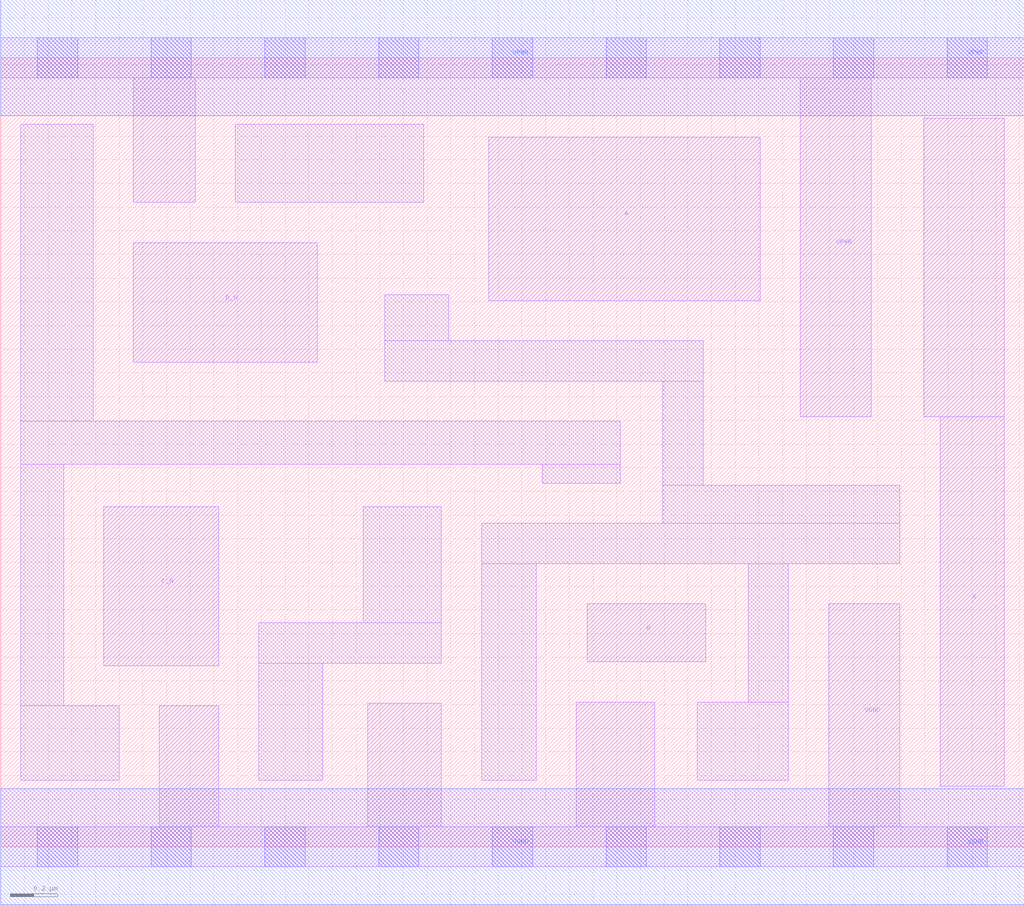
<source format=lef>
# Copyright 2020 The SkyWater PDK Authors
#
# Licensed under the Apache License, Version 2.0 (the "License");
# you may not use this file except in compliance with the License.
# You may obtain a copy of the License at
#
#     https://www.apache.org/licenses/LICENSE-2.0
#
# Unless required by applicable law or agreed to in writing, software
# distributed under the License is distributed on an "AS IS" BASIS,
# WITHOUT WARRANTIES OR CONDITIONS OF ANY KIND, either express or implied.
# See the License for the specific language governing permissions and
# limitations under the License.
#
# SPDX-License-Identifier: Apache-2.0

VERSION 5.7 ;
  NAMESCASESENSITIVE ON ;
  NOWIREEXTENSIONATPIN ON ;
  DIVIDERCHAR "/" ;
  BUSBITCHARS "[]" ;
UNITS
  DATABASE MICRONS 200 ;
END UNITS
MACRO sky130_fd_sc_lp__or4bb_1
  CLASS CORE ;
  SOURCE USER ;
  FOREIGN sky130_fd_sc_lp__or4bb_1 ;
  ORIGIN  0.000000  0.000000 ;
  SIZE  4.320000 BY  3.330000 ;
  SYMMETRY X Y R90 ;
  SITE unit ;
  PIN A
    ANTENNAGATEAREA  0.126000 ;
    DIRECTION INPUT ;
    USE SIGNAL ;
    PORT
      LAYER li1 ;
        RECT 2.060000 2.305000 3.205000 2.995000 ;
    END
  END A
  PIN B
    ANTENNAGATEAREA  0.126000 ;
    DIRECTION INPUT ;
    USE SIGNAL ;
    PORT
      LAYER li1 ;
        RECT 2.475000 0.780000 2.975000 1.025000 ;
    END
  END B
  PIN C_N
    ANTENNAGATEAREA  0.126000 ;
    DIRECTION INPUT ;
    USE SIGNAL ;
    PORT
      LAYER li1 ;
        RECT 0.435000 0.765000 0.920000 1.435000 ;
    END
  END C_N
  PIN D_N
    ANTENNAGATEAREA  0.126000 ;
    DIRECTION INPUT ;
    USE SIGNAL ;
    PORT
      LAYER li1 ;
        RECT 0.560000 2.045000 1.335000 2.550000 ;
    END
  END D_N
  PIN X
    ANTENNADIFFAREA  0.556500 ;
    DIRECTION OUTPUT ;
    USE SIGNAL ;
    PORT
      LAYER li1 ;
        RECT 3.895000 1.815000 4.235000 3.075000 ;
        RECT 3.965000 0.255000 4.235000 1.815000 ;
    END
  END X
  PIN VGND
    DIRECTION INOUT ;
    USE GROUND ;
    PORT
      LAYER li1 ;
        RECT 0.000000 -0.085000 4.320000 0.085000 ;
        RECT 0.670000  0.085000 0.920000 0.595000 ;
        RECT 1.550000  0.085000 1.860000 0.605000 ;
        RECT 2.430000  0.085000 2.760000 0.610000 ;
        RECT 3.495000  0.085000 3.795000 1.025000 ;
      LAYER mcon ;
        RECT 0.155000 -0.085000 0.325000 0.085000 ;
        RECT 0.635000 -0.085000 0.805000 0.085000 ;
        RECT 1.115000 -0.085000 1.285000 0.085000 ;
        RECT 1.595000 -0.085000 1.765000 0.085000 ;
        RECT 2.075000 -0.085000 2.245000 0.085000 ;
        RECT 2.555000 -0.085000 2.725000 0.085000 ;
        RECT 3.035000 -0.085000 3.205000 0.085000 ;
        RECT 3.515000 -0.085000 3.685000 0.085000 ;
        RECT 3.995000 -0.085000 4.165000 0.085000 ;
      LAYER met1 ;
        RECT 0.000000 -0.245000 4.320000 0.245000 ;
    END
  END VGND
  PIN VPWR
    DIRECTION INOUT ;
    USE POWER ;
    PORT
      LAYER li1 ;
        RECT 0.000000 3.245000 4.320000 3.415000 ;
        RECT 0.560000 2.720000 0.820000 3.245000 ;
        RECT 3.375000 1.815000 3.675000 3.245000 ;
      LAYER mcon ;
        RECT 0.155000 3.245000 0.325000 3.415000 ;
        RECT 0.635000 3.245000 0.805000 3.415000 ;
        RECT 1.115000 3.245000 1.285000 3.415000 ;
        RECT 1.595000 3.245000 1.765000 3.415000 ;
        RECT 2.075000 3.245000 2.245000 3.415000 ;
        RECT 2.555000 3.245000 2.725000 3.415000 ;
        RECT 3.035000 3.245000 3.205000 3.415000 ;
        RECT 3.515000 3.245000 3.685000 3.415000 ;
        RECT 3.995000 3.245000 4.165000 3.415000 ;
      LAYER met1 ;
        RECT 0.000000 3.085000 4.320000 3.575000 ;
    END
  END VPWR
  OBS
    LAYER li1 ;
      RECT 0.085000 0.280000 0.500000 0.595000 ;
      RECT 0.085000 0.595000 0.265000 1.615000 ;
      RECT 0.085000 1.615000 2.615000 1.795000 ;
      RECT 0.085000 1.795000 0.390000 3.050000 ;
      RECT 0.990000 2.720000 1.785000 3.050000 ;
      RECT 1.090000 0.280000 1.360000 0.775000 ;
      RECT 1.090000 0.775000 1.860000 0.945000 ;
      RECT 1.530000 0.945000 1.860000 1.435000 ;
      RECT 1.620000 1.965000 2.965000 2.135000 ;
      RECT 1.620000 2.135000 1.890000 2.330000 ;
      RECT 2.030000 0.280000 2.260000 1.195000 ;
      RECT 2.030000 1.195000 3.795000 1.365000 ;
      RECT 2.285000 1.535000 2.615000 1.615000 ;
      RECT 2.795000 1.365000 3.795000 1.525000 ;
      RECT 2.795000 1.525000 2.965000 1.965000 ;
      RECT 2.940000 0.280000 3.325000 0.610000 ;
      RECT 3.155000 0.610000 3.325000 1.195000 ;
  END
END sky130_fd_sc_lp__or4bb_1

</source>
